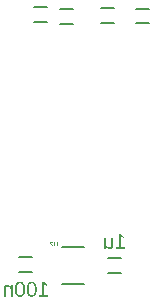
<source format=gbo>
G04 EAGLE Gerber RS-274X export*
G75*
%MOMM*%
%FSLAX34Y34*%
%LPD*%
%INSilkscreen Bottom*%
%IPPOS*%
%AMOC8*
5,1,8,0,0,1.08239X$1,22.5*%
G01*
G04 Define Apertures*
%ADD10C,0.127000*%
%ADD11C,0.152400*%
G36*
X-45166Y-166516D02*
X-45428Y-166510D01*
X-45682Y-166491D01*
X-45928Y-166459D01*
X-46165Y-166414D01*
X-46616Y-166287D01*
X-47035Y-166109D01*
X-47421Y-165880D01*
X-47775Y-165600D01*
X-48096Y-165269D01*
X-48385Y-164887D01*
X-48640Y-164457D01*
X-48862Y-163981D01*
X-49049Y-163460D01*
X-49203Y-162892D01*
X-49322Y-162279D01*
X-49407Y-161621D01*
X-49458Y-160916D01*
X-49475Y-160166D01*
X-49459Y-159404D01*
X-49410Y-158690D01*
X-49329Y-158025D01*
X-49216Y-157407D01*
X-49070Y-156838D01*
X-48891Y-156317D01*
X-48681Y-155844D01*
X-48437Y-155419D01*
X-48160Y-155043D01*
X-47847Y-154718D01*
X-47498Y-154442D01*
X-47114Y-154217D01*
X-46694Y-154042D01*
X-46470Y-153973D01*
X-46238Y-153916D01*
X-45996Y-153873D01*
X-45746Y-153841D01*
X-45487Y-153823D01*
X-45219Y-153816D01*
X-44943Y-153823D01*
X-44677Y-153841D01*
X-44420Y-153872D01*
X-44173Y-153915D01*
X-43935Y-153971D01*
X-43706Y-154039D01*
X-43278Y-154213D01*
X-42886Y-154436D01*
X-42533Y-154708D01*
X-42217Y-155030D01*
X-41939Y-155402D01*
X-41695Y-155823D01*
X-41484Y-156294D01*
X-41306Y-156815D01*
X-41160Y-157385D01*
X-41047Y-158006D01*
X-40966Y-158676D01*
X-40917Y-159396D01*
X-40901Y-160166D01*
X-40917Y-160920D01*
X-40967Y-161628D01*
X-41051Y-162289D01*
X-41168Y-162903D01*
X-41318Y-163471D01*
X-41502Y-163993D01*
X-41719Y-164468D01*
X-41969Y-164896D01*
X-42253Y-165276D01*
X-42570Y-165605D01*
X-42920Y-165883D01*
X-43303Y-166111D01*
X-43719Y-166288D01*
X-44168Y-166415D01*
X-44405Y-166459D01*
X-44651Y-166491D01*
X-44904Y-166510D01*
X-45166Y-166516D01*
G37*
%LPC*%
G36*
X-45184Y-165229D02*
X-44845Y-165210D01*
X-44530Y-165153D01*
X-44239Y-165057D01*
X-43972Y-164924D01*
X-43728Y-164753D01*
X-43508Y-164544D01*
X-43311Y-164297D01*
X-43138Y-164011D01*
X-42988Y-163685D01*
X-42857Y-163314D01*
X-42746Y-162900D01*
X-42656Y-162441D01*
X-42585Y-161939D01*
X-42535Y-161392D01*
X-42505Y-160801D01*
X-42495Y-160166D01*
X-42505Y-159513D01*
X-42534Y-158908D01*
X-42584Y-158351D01*
X-42653Y-157841D01*
X-42743Y-157379D01*
X-42852Y-156964D01*
X-42981Y-156597D01*
X-43130Y-156277D01*
X-43301Y-156000D01*
X-43498Y-155760D01*
X-43721Y-155557D01*
X-43969Y-155391D01*
X-44243Y-155261D01*
X-44543Y-155169D01*
X-44868Y-155114D01*
X-45219Y-155095D01*
X-45561Y-155114D01*
X-45878Y-155170D01*
X-46170Y-155264D01*
X-46437Y-155395D01*
X-46679Y-155564D01*
X-46896Y-155770D01*
X-47088Y-156014D01*
X-47255Y-156295D01*
X-47400Y-156618D01*
X-47525Y-156987D01*
X-47631Y-157402D01*
X-47718Y-157863D01*
X-47786Y-158370D01*
X-47834Y-158923D01*
X-47863Y-159521D01*
X-47872Y-160166D01*
X-47862Y-160789D01*
X-47832Y-161371D01*
X-47781Y-161910D01*
X-47710Y-162408D01*
X-47619Y-162865D01*
X-47508Y-163280D01*
X-47376Y-163653D01*
X-47224Y-163985D01*
X-47051Y-164276D01*
X-46854Y-164529D01*
X-46634Y-164743D01*
X-46390Y-164918D01*
X-46123Y-165054D01*
X-45833Y-165151D01*
X-45520Y-165209D01*
X-45184Y-165229D01*
G37*
%LPD*%
G36*
X-35197Y-166516D02*
X-35459Y-166510D01*
X-35713Y-166491D01*
X-35959Y-166459D01*
X-36197Y-166414D01*
X-36648Y-166287D01*
X-37066Y-166109D01*
X-37452Y-165880D01*
X-37806Y-165600D01*
X-38127Y-165269D01*
X-38416Y-164887D01*
X-38672Y-164457D01*
X-38893Y-163981D01*
X-39081Y-163460D01*
X-39234Y-162892D01*
X-39353Y-162279D01*
X-39438Y-161621D01*
X-39490Y-160916D01*
X-39507Y-160166D01*
X-39490Y-159404D01*
X-39442Y-158690D01*
X-39361Y-158025D01*
X-39247Y-157407D01*
X-39101Y-156838D01*
X-38923Y-156317D01*
X-38712Y-155844D01*
X-38469Y-155419D01*
X-38191Y-155043D01*
X-37878Y-154718D01*
X-37530Y-154442D01*
X-37145Y-154217D01*
X-36725Y-154042D01*
X-36501Y-153973D01*
X-36269Y-153916D01*
X-36028Y-153873D01*
X-35777Y-153841D01*
X-35518Y-153823D01*
X-35250Y-153816D01*
X-34974Y-153823D01*
X-34708Y-153841D01*
X-34451Y-153872D01*
X-34204Y-153915D01*
X-33966Y-153971D01*
X-33738Y-154039D01*
X-33309Y-154213D01*
X-32918Y-154436D01*
X-32564Y-154708D01*
X-32248Y-155030D01*
X-31970Y-155402D01*
X-31727Y-155823D01*
X-31516Y-156294D01*
X-31337Y-156815D01*
X-31191Y-157385D01*
X-31078Y-158006D01*
X-30997Y-158676D01*
X-30948Y-159396D01*
X-30932Y-160166D01*
X-30949Y-160920D01*
X-30999Y-161628D01*
X-31082Y-162289D01*
X-31199Y-162903D01*
X-31349Y-163471D01*
X-31533Y-163993D01*
X-31750Y-164468D01*
X-32000Y-164896D01*
X-32284Y-165276D01*
X-32601Y-165605D01*
X-32951Y-165883D01*
X-33334Y-166111D01*
X-33750Y-166288D01*
X-34199Y-166415D01*
X-34436Y-166459D01*
X-34682Y-166491D01*
X-34935Y-166510D01*
X-35197Y-166516D01*
G37*
%LPC*%
G36*
X-35215Y-165229D02*
X-34876Y-165210D01*
X-34562Y-165153D01*
X-34270Y-165057D01*
X-34003Y-164924D01*
X-33759Y-164753D01*
X-33539Y-164544D01*
X-33343Y-164297D01*
X-33170Y-164011D01*
X-33019Y-163685D01*
X-32888Y-163314D01*
X-32777Y-162900D01*
X-32687Y-162441D01*
X-32617Y-161939D01*
X-32566Y-161392D01*
X-32536Y-160801D01*
X-32526Y-160166D01*
X-32536Y-159513D01*
X-32566Y-158908D01*
X-32615Y-158351D01*
X-32685Y-157841D01*
X-32774Y-157379D01*
X-32883Y-156964D01*
X-33012Y-156597D01*
X-33161Y-156277D01*
X-33333Y-156000D01*
X-33530Y-155760D01*
X-33752Y-155557D01*
X-34001Y-155391D01*
X-34275Y-155261D01*
X-34574Y-155169D01*
X-34899Y-155114D01*
X-35250Y-155095D01*
X-35592Y-155114D01*
X-35909Y-155170D01*
X-36201Y-155264D01*
X-36468Y-155395D01*
X-36710Y-155564D01*
X-36927Y-155770D01*
X-37119Y-156014D01*
X-37286Y-156295D01*
X-37431Y-156618D01*
X-37556Y-156987D01*
X-37663Y-157402D01*
X-37749Y-157863D01*
X-37817Y-158370D01*
X-37865Y-158923D01*
X-37894Y-159521D01*
X-37904Y-160166D01*
X-37894Y-160789D01*
X-37863Y-161371D01*
X-37813Y-161910D01*
X-37742Y-162408D01*
X-37651Y-162865D01*
X-37539Y-163280D01*
X-37408Y-163653D01*
X-37256Y-163985D01*
X-37082Y-164276D01*
X-36885Y-164529D01*
X-36665Y-164743D01*
X-36421Y-164918D01*
X-36155Y-165054D01*
X-35865Y-165151D01*
X-35551Y-165209D01*
X-35215Y-165229D01*
G37*
%LPD*%
G36*
X-57395Y-166341D02*
X-58980Y-166341D01*
X-58980Y-160026D01*
X-58969Y-159595D01*
X-58935Y-159196D01*
X-58878Y-158828D01*
X-58799Y-158492D01*
X-58698Y-158188D01*
X-58573Y-157915D01*
X-58427Y-157674D01*
X-58257Y-157464D01*
X-58064Y-157283D01*
X-57844Y-157125D01*
X-57598Y-156992D01*
X-57326Y-156883D01*
X-57027Y-156798D01*
X-56703Y-156738D01*
X-56352Y-156701D01*
X-55976Y-156689D01*
X-55716Y-156695D01*
X-55467Y-156715D01*
X-55229Y-156746D01*
X-55002Y-156791D01*
X-54786Y-156848D01*
X-54581Y-156918D01*
X-54386Y-157001D01*
X-54202Y-157096D01*
X-54026Y-157207D01*
X-53856Y-157336D01*
X-53691Y-157483D01*
X-53531Y-157647D01*
X-53227Y-158030D01*
X-52945Y-158485D01*
X-52919Y-158485D01*
X-52888Y-157543D01*
X-52866Y-157101D01*
X-52849Y-156864D01*
X-51360Y-156864D01*
X-51383Y-157129D01*
X-51399Y-157554D01*
X-51412Y-158888D01*
X-51412Y-166341D01*
X-52989Y-166341D01*
X-52989Y-160849D01*
X-52999Y-160513D01*
X-53030Y-160195D01*
X-53081Y-159897D01*
X-53153Y-159617D01*
X-53246Y-159356D01*
X-53359Y-159114D01*
X-53492Y-158890D01*
X-53646Y-158686D01*
X-53818Y-158503D01*
X-54004Y-158345D01*
X-54206Y-158211D01*
X-54423Y-158101D01*
X-54655Y-158016D01*
X-54902Y-157955D01*
X-55164Y-157919D01*
X-55441Y-157907D01*
X-55808Y-157921D01*
X-56127Y-157963D01*
X-56399Y-158035D01*
X-56624Y-158134D01*
X-56812Y-158266D01*
X-56972Y-158434D01*
X-57105Y-158638D01*
X-57211Y-158879D01*
X-57291Y-159163D01*
X-57349Y-159501D01*
X-57383Y-159890D01*
X-57395Y-160333D01*
X-57395Y-166341D01*
G37*
G36*
X-21629Y-166341D02*
X-29363Y-166341D01*
X-29363Y-165001D01*
X-26358Y-165001D01*
X-26358Y-154000D01*
X-24905Y-154000D01*
X-21988Y-156006D01*
X-21988Y-157495D01*
X-24773Y-155507D01*
X-24773Y-165001D01*
X-21629Y-165001D01*
X-21629Y-166341D01*
G37*
G36*
X30731Y-126034D02*
X30471Y-126028D01*
X30223Y-126009D01*
X29985Y-125977D01*
X29758Y-125932D01*
X29541Y-125875D01*
X29336Y-125805D01*
X29141Y-125722D01*
X28957Y-125627D01*
X28782Y-125516D01*
X28611Y-125387D01*
X28446Y-125241D01*
X28286Y-125076D01*
X27983Y-124693D01*
X27701Y-124239D01*
X27674Y-124239D01*
X27644Y-125180D01*
X27622Y-125623D01*
X27604Y-125859D01*
X26115Y-125859D01*
X26138Y-125595D01*
X26155Y-125169D01*
X26168Y-123836D01*
X26168Y-116382D01*
X27744Y-116382D01*
X27744Y-121874D01*
X27755Y-122210D01*
X27785Y-122528D01*
X27837Y-122827D01*
X27909Y-123107D01*
X28001Y-123368D01*
X28114Y-123610D01*
X28247Y-123833D01*
X28401Y-124037D01*
X28573Y-124220D01*
X28760Y-124378D01*
X28962Y-124512D01*
X29179Y-124622D01*
X29410Y-124707D01*
X29657Y-124768D01*
X29920Y-124805D01*
X30197Y-124817D01*
X30563Y-124803D01*
X30882Y-124760D01*
X31154Y-124689D01*
X31379Y-124589D01*
X31567Y-124457D01*
X31727Y-124289D01*
X31860Y-124085D01*
X31966Y-123845D01*
X32046Y-123560D01*
X32104Y-123223D01*
X32138Y-122833D01*
X32150Y-122391D01*
X32150Y-116382D01*
X33735Y-116382D01*
X33735Y-122697D01*
X33724Y-123128D01*
X33690Y-123527D01*
X33634Y-123895D01*
X33554Y-124231D01*
X33453Y-124535D01*
X33329Y-124808D01*
X33182Y-125049D01*
X33013Y-125259D01*
X32819Y-125441D01*
X32599Y-125598D01*
X32353Y-125731D01*
X32081Y-125840D01*
X31783Y-125925D01*
X31458Y-125986D01*
X31108Y-126022D01*
X30731Y-126034D01*
G37*
G36*
X43502Y-125859D02*
X35769Y-125859D01*
X35769Y-124519D01*
X38773Y-124519D01*
X38773Y-113518D01*
X40227Y-113518D01*
X43143Y-115524D01*
X43143Y-117013D01*
X40358Y-115025D01*
X40358Y-124519D01*
X43502Y-124519D01*
X43502Y-125859D01*
G37*
G36*
X-14741Y-123800D02*
X-14984Y-123788D01*
X-15210Y-123754D01*
X-15420Y-123697D01*
X-15613Y-123617D01*
X-15788Y-123515D01*
X-15941Y-123393D01*
X-16074Y-123251D01*
X-16186Y-123088D01*
X-16274Y-122906D01*
X-16338Y-122709D01*
X-16376Y-122495D01*
X-16388Y-122264D01*
X-16388Y-119810D01*
X-15858Y-119810D01*
X-15858Y-122233D01*
X-15839Y-122495D01*
X-15784Y-122722D01*
X-15692Y-122917D01*
X-15563Y-123078D01*
X-15401Y-123204D01*
X-15209Y-123295D01*
X-14988Y-123349D01*
X-14738Y-123367D01*
X-14495Y-123350D01*
X-14282Y-123297D01*
X-14100Y-123210D01*
X-13948Y-123088D01*
X-13828Y-122932D01*
X-13742Y-122744D01*
X-13691Y-122523D01*
X-13674Y-122270D01*
X-13674Y-119810D01*
X-13141Y-119810D01*
X-13141Y-122314D01*
X-13153Y-122538D01*
X-13190Y-122746D01*
X-13252Y-122937D01*
X-13339Y-123113D01*
X-13448Y-123271D01*
X-13578Y-123408D01*
X-13727Y-123526D01*
X-13897Y-123624D01*
X-14085Y-123701D01*
X-14288Y-123756D01*
X-14507Y-123789D01*
X-14741Y-123800D01*
G37*
G36*
X-17112Y-123744D02*
X-19717Y-123744D01*
X-19717Y-123317D01*
X-17665Y-123317D01*
X-17775Y-123117D01*
X-17939Y-122911D01*
X-18161Y-122687D01*
X-18450Y-122437D01*
X-18939Y-122025D01*
X-19240Y-121736D01*
X-19421Y-121510D01*
X-19551Y-121284D01*
X-19630Y-121057D01*
X-19649Y-120943D01*
X-19656Y-120829D01*
X-19636Y-120585D01*
X-19576Y-120371D01*
X-19476Y-120187D01*
X-19336Y-120032D01*
X-19159Y-119909D01*
X-18948Y-119821D01*
X-18702Y-119768D01*
X-18422Y-119751D01*
X-18163Y-119768D01*
X-17929Y-119821D01*
X-17720Y-119908D01*
X-17535Y-120030D01*
X-17381Y-120182D01*
X-17263Y-120358D01*
X-17180Y-120557D01*
X-17134Y-120781D01*
X-17648Y-120829D01*
X-17677Y-120680D01*
X-17727Y-120549D01*
X-17799Y-120435D01*
X-17893Y-120339D01*
X-18004Y-120262D01*
X-18129Y-120208D01*
X-18268Y-120175D01*
X-18422Y-120164D01*
X-18581Y-120175D01*
X-18723Y-120209D01*
X-18845Y-120265D01*
X-18949Y-120343D01*
X-19033Y-120441D01*
X-19092Y-120558D01*
X-19127Y-120693D01*
X-19139Y-120846D01*
X-19132Y-120962D01*
X-19112Y-121073D01*
X-19029Y-121276D01*
X-18902Y-121461D01*
X-18740Y-121639D01*
X-18339Y-121985D01*
X-17891Y-122360D01*
X-17670Y-122575D01*
X-17460Y-122813D01*
X-17270Y-123082D01*
X-17112Y-123389D01*
X-17112Y-123744D01*
G37*
D10*
X34500Y65014D02*
X23500Y65014D01*
X23500Y77586D02*
X34500Y77586D01*
X52900Y64914D02*
X63900Y64914D01*
X63900Y77486D02*
X52900Y77486D01*
X-34700Y-133014D02*
X-45700Y-133014D01*
X-45700Y-145586D02*
X-34700Y-145586D01*
X29400Y-146486D02*
X40400Y-146486D01*
X40400Y-133914D02*
X29400Y-133914D01*
X100Y64640D02*
X-10900Y64640D01*
X-10900Y77360D02*
X100Y77360D01*
X-22100Y65740D02*
X-33100Y65740D01*
X-33100Y78460D02*
X-22100Y78460D01*
D11*
X-9271Y-124252D02*
X9271Y-124252D01*
X9271Y-155748D02*
X-9271Y-155748D01*
M02*

</source>
